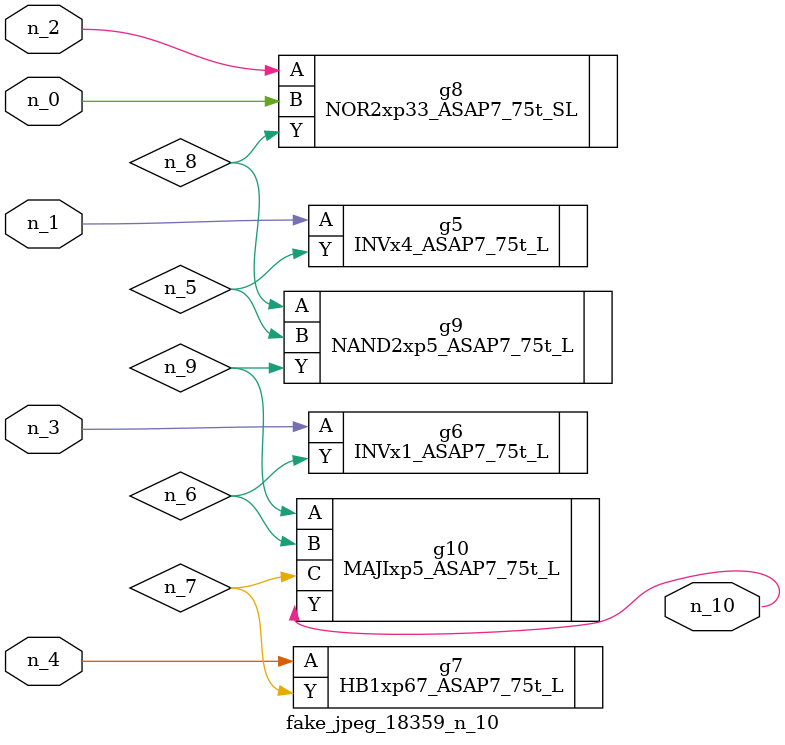
<source format=v>
module fake_jpeg_18359_n_10 (n_3, n_2, n_1, n_0, n_4, n_10);

input n_3;
input n_2;
input n_1;
input n_0;
input n_4;

output n_10;

wire n_8;
wire n_9;
wire n_6;
wire n_5;
wire n_7;

INVx4_ASAP7_75t_L g5 ( 
.A(n_1),
.Y(n_5)
);

INVx1_ASAP7_75t_L g6 ( 
.A(n_3),
.Y(n_6)
);

HB1xp67_ASAP7_75t_L g7 ( 
.A(n_4),
.Y(n_7)
);

NOR2xp33_ASAP7_75t_SL g8 ( 
.A(n_2),
.B(n_0),
.Y(n_8)
);

NAND2xp5_ASAP7_75t_L g9 ( 
.A(n_8),
.B(n_5),
.Y(n_9)
);

MAJIxp5_ASAP7_75t_L g10 ( 
.A(n_9),
.B(n_6),
.C(n_7),
.Y(n_10)
);


endmodule
</source>
